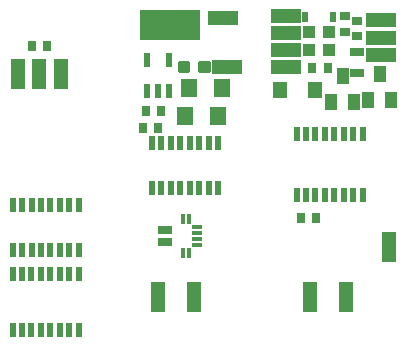
<source format=gbr>
G04 EAGLE Gerber RS-274X export*
G75*
%MOMM*%
%FSLAX34Y34*%
%LPD*%
%INSolderpaste Bottom*%
%IPPOS*%
%AMOC8*
5,1,8,0,0,1.08239X$1,22.5*%
G01*
%ADD10R,1.200000X1.400000*%
%ADD11R,0.700000X0.900000*%
%ADD12R,0.483600X1.211800*%
%ADD13R,0.900000X0.700000*%
%ADD14R,1.250000X2.500000*%
%ADD15R,1.270000X2.540000*%
%ADD16R,5.080000X2.540000*%
%ADD17R,2.540000X1.270000*%
%ADD18R,0.550000X1.200000*%
%ADD19R,1.400000X1.600000*%
%ADD20C,0.300000*%
%ADD21R,0.300000X0.850000*%
%ADD22R,0.850000X0.300000*%
%ADD23R,1.270000X0.800000*%
%ADD24R,0.630000X0.830000*%
%ADD25R,1.200000X0.800000*%
%ADD26R,1.100000X1.000000*%
%ADD27R,1.000000X1.400000*%


D10*
X292500Y222776D03*
X262500Y222776D03*
D11*
X290148Y241626D03*
X303148Y241626D03*
X293300Y115050D03*
X280300Y115050D03*
D12*
X210400Y140200D03*
X202400Y140200D03*
X194400Y140200D03*
X186400Y140200D03*
X178400Y140200D03*
X170400Y140200D03*
X162400Y140200D03*
X154400Y140200D03*
X154400Y178200D03*
X162400Y178200D03*
X170400Y178200D03*
X178400Y178200D03*
X186400Y178200D03*
X194400Y178200D03*
X202400Y178200D03*
X210400Y178200D03*
D13*
X317900Y285589D03*
X317900Y272589D03*
X328453Y268889D03*
X328453Y281889D03*
D14*
X159400Y47700D03*
D15*
X189880Y47700D03*
D16*
X169900Y278200D03*
D11*
X52500Y260200D03*
X65500Y260200D03*
D15*
X59000Y236400D03*
X77200Y236400D03*
X41100Y236400D03*
D17*
X348737Y252538D03*
X348737Y282301D03*
X348737Y267419D03*
D12*
X276900Y134160D03*
X284900Y134160D03*
X292900Y134160D03*
X300900Y134160D03*
X308900Y134160D03*
X316900Y134160D03*
X324900Y134160D03*
X332900Y134160D03*
X332900Y186300D03*
X324900Y186300D03*
X316900Y186300D03*
X308900Y186300D03*
X300900Y186300D03*
X292900Y186300D03*
X284900Y186300D03*
X276900Y186300D03*
D14*
X287900Y47700D03*
D15*
X318380Y47700D03*
D17*
X217662Y242935D03*
X214860Y283748D03*
D18*
X169137Y222420D03*
X159637Y222420D03*
X150137Y222420D03*
X150137Y248422D03*
X169137Y248422D03*
D19*
X213964Y224809D03*
X185964Y224809D03*
D20*
X177969Y238990D02*
X177969Y245990D01*
X184969Y245990D01*
X184969Y238990D01*
X177969Y238990D01*
X177969Y241840D02*
X184969Y241840D01*
X184969Y244690D02*
X177969Y244690D01*
X195509Y245990D02*
X195509Y238990D01*
X195509Y245990D02*
X202509Y245990D01*
X202509Y238990D01*
X195509Y238990D01*
X195509Y241840D02*
X202509Y241840D01*
X202509Y244690D02*
X195509Y244690D01*
D19*
X210489Y200935D03*
X182489Y200935D03*
D11*
X162453Y205283D03*
X149453Y205283D03*
X146845Y191267D03*
X159845Y191267D03*
D12*
X36500Y125600D03*
X44500Y125600D03*
X52500Y125600D03*
X60500Y125600D03*
X68500Y125600D03*
X76500Y125600D03*
X84500Y125600D03*
X92500Y125600D03*
X92500Y87600D03*
X84500Y87600D03*
X76500Y87600D03*
X68500Y87600D03*
X60500Y87600D03*
X52500Y87600D03*
X44500Y87600D03*
X36500Y87600D03*
X36400Y20300D03*
X44400Y20300D03*
X52400Y20300D03*
X60400Y20300D03*
X68400Y20300D03*
X76400Y20300D03*
X84400Y20300D03*
X92400Y20300D03*
X92400Y67500D03*
X84400Y67500D03*
X76400Y67500D03*
X68400Y67500D03*
X60400Y67500D03*
X52400Y67500D03*
X44400Y67500D03*
X36400Y67500D03*
D15*
X355100Y90300D03*
D21*
X180449Y84884D03*
X180449Y113884D03*
D22*
X192449Y96884D03*
D21*
X185449Y84884D03*
X185449Y113884D03*
D22*
X192449Y91884D03*
X192449Y101884D03*
X192449Y106884D03*
D23*
X165449Y94384D03*
X165449Y104384D03*
D24*
X307393Y285099D03*
X284393Y285099D03*
D25*
X328296Y255469D03*
X328296Y237469D03*
D26*
X304104Y257359D03*
X287104Y257359D03*
X304096Y272259D03*
X287096Y272259D03*
D27*
X315777Y235282D03*
X306277Y213282D03*
X325277Y213282D03*
X347245Y236650D03*
X337745Y214650D03*
X356745Y214650D03*
D17*
X268104Y242950D03*
X268104Y286070D03*
X268104Y257323D03*
X268104Y271697D03*
M02*

</source>
